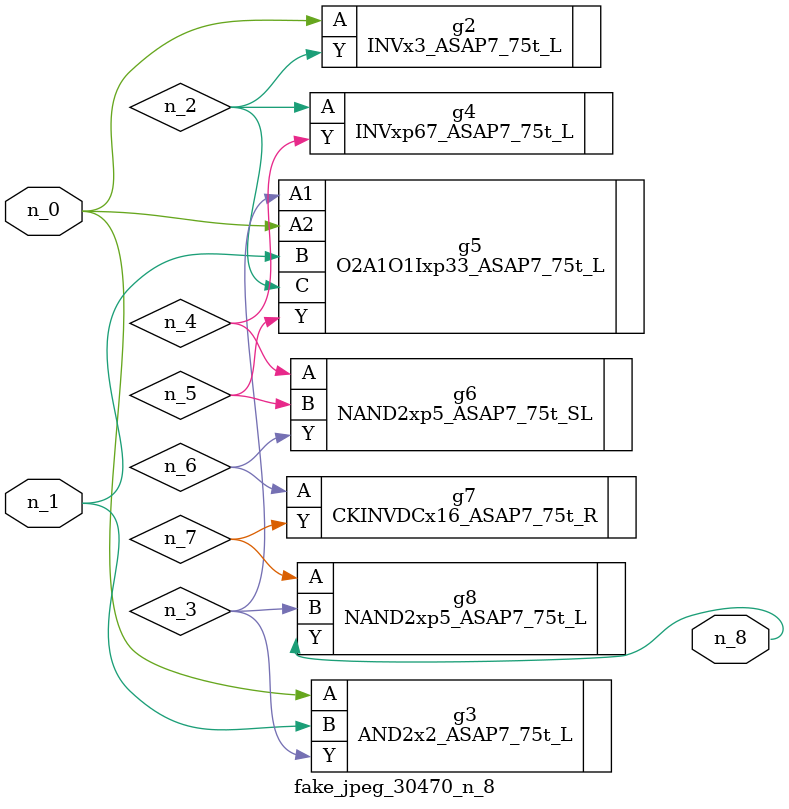
<source format=v>
module fake_jpeg_30470_n_8 (n_0, n_1, n_8);

input n_0;
input n_1;

output n_8;

wire n_2;
wire n_3;
wire n_4;
wire n_6;
wire n_5;
wire n_7;

INVx3_ASAP7_75t_L g2 ( 
.A(n_0),
.Y(n_2)
);

AND2x2_ASAP7_75t_L g3 ( 
.A(n_0),
.B(n_1),
.Y(n_3)
);

INVxp67_ASAP7_75t_L g4 ( 
.A(n_2),
.Y(n_4)
);

NAND2xp5_ASAP7_75t_SL g6 ( 
.A(n_4),
.B(n_5),
.Y(n_6)
);

O2A1O1Ixp33_ASAP7_75t_L g5 ( 
.A1(n_3),
.A2(n_0),
.B(n_1),
.C(n_2),
.Y(n_5)
);

CKINVDCx16_ASAP7_75t_R g7 ( 
.A(n_6),
.Y(n_7)
);

NAND2xp5_ASAP7_75t_L g8 ( 
.A(n_7),
.B(n_3),
.Y(n_8)
);


endmodule
</source>
